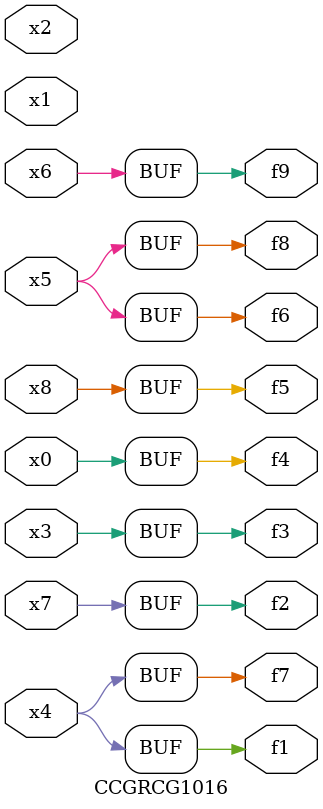
<source format=v>
module CCGRCG1016(
	input x0, x1, x2, x3, x4, x5, x6, x7, x8,
	output f1, f2, f3, f4, f5, f6, f7, f8, f9
);
	assign f1 = x4;
	assign f2 = x7;
	assign f3 = x3;
	assign f4 = x0;
	assign f5 = x8;
	assign f6 = x5;
	assign f7 = x4;
	assign f8 = x5;
	assign f9 = x6;
endmodule

</source>
